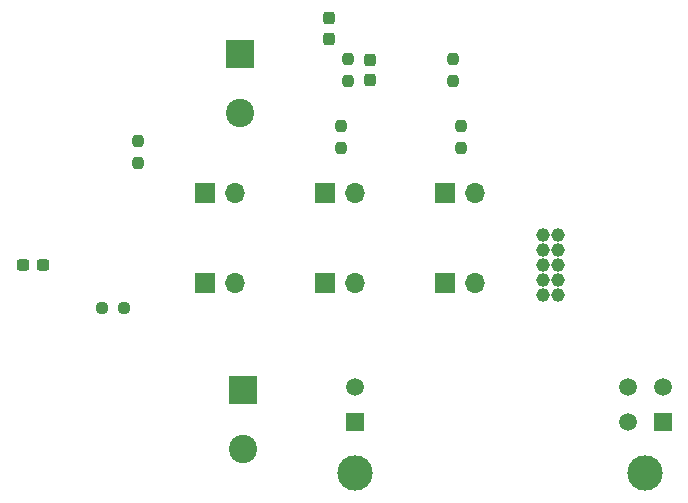
<source format=gbr>
%TF.GenerationSoftware,KiCad,Pcbnew,7.0.10*%
%TF.CreationDate,2025-02-18T11:07:05-08:00*%
%TF.ProjectId,flow-controller,666c6f77-2d63-46f6-9e74-726f6c6c6572,rev?*%
%TF.SameCoordinates,Original*%
%TF.FileFunction,Soldermask,Bot*%
%TF.FilePolarity,Negative*%
%FSLAX46Y46*%
G04 Gerber Fmt 4.6, Leading zero omitted, Abs format (unit mm)*
G04 Created by KiCad (PCBNEW 7.0.10) date 2025-02-18 11:07:05*
%MOMM*%
%LPD*%
G01*
G04 APERTURE LIST*
G04 Aperture macros list*
%AMRoundRect*
0 Rectangle with rounded corners*
0 $1 Rounding radius*
0 $2 $3 $4 $5 $6 $7 $8 $9 X,Y pos of 4 corners*
0 Add a 4 corners polygon primitive as box body*
4,1,4,$2,$3,$4,$5,$6,$7,$8,$9,$2,$3,0*
0 Add four circle primitives for the rounded corners*
1,1,$1+$1,$2,$3*
1,1,$1+$1,$4,$5*
1,1,$1+$1,$6,$7*
1,1,$1+$1,$8,$9*
0 Add four rect primitives between the rounded corners*
20,1,$1+$1,$2,$3,$4,$5,0*
20,1,$1+$1,$4,$5,$6,$7,0*
20,1,$1+$1,$6,$7,$8,$9,0*
20,1,$1+$1,$8,$9,$2,$3,0*%
G04 Aperture macros list end*
%ADD10C,1.168400*%
%ADD11C,2.999999*%
%ADD12R,1.520000X1.520000*%
%ADD13C,1.520000*%
%ADD14RoundRect,0.237500X-0.237500X0.300000X-0.237500X-0.300000X0.237500X-0.300000X0.237500X0.300000X0*%
%ADD15RoundRect,0.237500X-0.237500X0.250000X-0.237500X-0.250000X0.237500X-0.250000X0.237500X0.250000X0*%
%ADD16RoundRect,0.237500X0.237500X-0.250000X0.237500X0.250000X-0.237500X0.250000X-0.237500X-0.250000X0*%
%ADD17RoundRect,0.237500X0.250000X0.237500X-0.250000X0.237500X-0.250000X-0.237500X0.250000X-0.237500X0*%
%ADD18R,1.700000X1.700000*%
%ADD19O,1.700000X1.700000*%
%ADD20RoundRect,0.237500X0.237500X-0.300000X0.237500X0.300000X-0.237500X0.300000X-0.237500X-0.300000X0*%
%ADD21R,2.400000X2.400000*%
%ADD22C,2.400000*%
%ADD23RoundRect,0.237500X0.300000X0.237500X-0.300000X0.237500X-0.300000X-0.237500X0.300000X-0.237500X0*%
G04 APERTURE END LIST*
D10*
%TO.C,J7*%
X99676949Y-100983051D03*
X100946949Y-100983051D03*
X99676949Y-102253051D03*
X100946949Y-102253051D03*
X99676949Y-103523051D03*
X100946949Y-103523051D03*
X99676949Y-104793051D03*
X100946949Y-104793051D03*
X99676949Y-106063051D03*
X100946949Y-106063051D03*
%TD*%
D11*
%TO.C,J8*%
X83801949Y-121159999D03*
D12*
X83801949Y-116840000D03*
D13*
X83801949Y-113840001D03*
%TD*%
D11*
%TO.C,J9*%
X108355000Y-121159999D03*
D12*
X109855000Y-116840000D03*
D13*
X106855001Y-116840000D03*
X109855000Y-113840001D03*
X106855001Y-113840001D03*
%TD*%
D14*
%TO.C,C15*%
X81575000Y-82637500D03*
X81575000Y-84362500D03*
%TD*%
D15*
%TO.C,R3*%
X92075000Y-86082500D03*
X92075000Y-87907500D03*
%TD*%
D16*
%TO.C,R8*%
X65405000Y-94892500D03*
X65405000Y-93067500D03*
%TD*%
D17*
%TO.C,R9*%
X64204357Y-107150000D03*
X62379357Y-107150000D03*
%TD*%
D18*
%TO.C,J1*%
X81185749Y-105021651D03*
D19*
X83725749Y-105021651D03*
%TD*%
D20*
%TO.C,C12*%
X85071949Y-87875551D03*
X85071949Y-86150551D03*
%TD*%
D16*
%TO.C,R4*%
X92710000Y-93622500D03*
X92710000Y-91797500D03*
%TD*%
D21*
%TO.C,C16*%
X74050000Y-85676041D03*
D22*
X74050000Y-90676041D03*
%TD*%
D18*
%TO.C,J5*%
X91345749Y-105021651D03*
D19*
X93885749Y-105021651D03*
%TD*%
D18*
%TO.C,J6*%
X81185749Y-97401651D03*
D19*
X83725749Y-97401651D03*
%TD*%
D18*
%TO.C,J3*%
X71025749Y-105021651D03*
D19*
X73565749Y-105021651D03*
%TD*%
D15*
%TO.C,R6*%
X83185000Y-86082500D03*
X83185000Y-87907500D03*
%TD*%
D18*
%TO.C,J2*%
X91345749Y-97401651D03*
D19*
X93885749Y-97401651D03*
%TD*%
D16*
%TO.C,R5*%
X82550000Y-93622500D03*
X82550000Y-91797500D03*
%TD*%
D21*
%TO.C,C21*%
X74300000Y-114101041D03*
D22*
X74300000Y-119101041D03*
%TD*%
D23*
%TO.C,C17*%
X57359449Y-103523051D03*
X55634449Y-103523051D03*
%TD*%
D18*
%TO.C,J4*%
X71025749Y-97401651D03*
D19*
X73565749Y-97401651D03*
%TD*%
M02*

</source>
